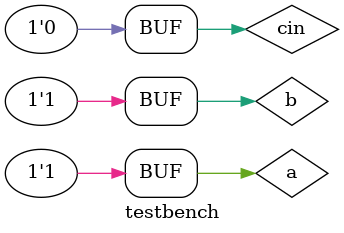
<source format=v>
module testbench;

// input and output test signals
reg a, b, cin;
wire cout, sum;

// creating the instance of the module we want to test
ex2 fa(a, b, cin, sum, cout);
initial
begin
a = 1'b0;
b = 1'b1;
cin = 1'b0;
#5; // pause (5 units of delay )
cin = 1'b1;
#5;
a = 1'b1;
b = 1'b0;
#5;
cin = 1'b0;
#5
a = 1'b0;
b = 1'b0;
#5
cin = 1'b1;
#5
a = 1'b1;
b = 1'b1;
#5;
cin = 1'b0;
end

// print signal values on every change
initial
$monitor("a= %b b = %b cin = %b sum = %b cout = %b", a, b, cin, sum, cout);
initial
$dumpvars;
endmodule
</source>
